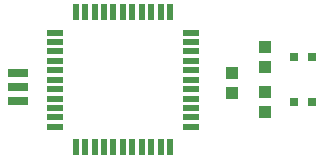
<source format=gtp>
G75*
%MOIN*%
%OFA0B0*%
%FSLAX25Y25*%
%IPPOS*%
%LPD*%
%AMOC8*
5,1,8,0,0,1.08239X$1,22.5*
%
%ADD10R,0.03937X0.04331*%
%ADD11R,0.05800X0.02000*%
%ADD12R,0.02000X0.05800*%
%ADD13R,0.03150X0.03150*%
%ADD14R,0.04331X0.03937*%
%ADD15R,0.06693X0.02756*%
D10*
X0122500Y0037654D03*
X0122500Y0044346D03*
D11*
X0063650Y0026550D03*
X0063650Y0029650D03*
X0063650Y0032850D03*
X0063650Y0035950D03*
X0063650Y0039150D03*
X0063650Y0042250D03*
X0063650Y0045350D03*
X0063650Y0048550D03*
X0063650Y0051650D03*
X0063650Y0054850D03*
X0063650Y0057950D03*
X0108850Y0057950D03*
X0108850Y0054850D03*
X0108850Y0051650D03*
X0108850Y0048550D03*
X0108850Y0045350D03*
X0108850Y0042250D03*
X0108850Y0039150D03*
X0108850Y0035950D03*
X0108850Y0032850D03*
X0108850Y0029650D03*
X0108850Y0026550D03*
D12*
X0101950Y0019650D03*
X0098850Y0019650D03*
X0095650Y0019650D03*
X0092550Y0019650D03*
X0089350Y0019650D03*
X0086250Y0019650D03*
X0083150Y0019650D03*
X0079950Y0019650D03*
X0076850Y0019650D03*
X0073650Y0019650D03*
X0070550Y0019650D03*
X0070550Y0064850D03*
X0073650Y0064850D03*
X0076850Y0064850D03*
X0079950Y0064850D03*
X0083150Y0064850D03*
X0086250Y0064850D03*
X0089350Y0064850D03*
X0092550Y0064850D03*
X0095650Y0064850D03*
X0098850Y0064850D03*
X0101950Y0064850D03*
D13*
X0143297Y0049750D03*
X0149203Y0049750D03*
X0149203Y0034750D03*
X0143297Y0034750D03*
D14*
X0133750Y0031404D03*
X0133750Y0038096D03*
X0133750Y0046404D03*
X0133750Y0053096D03*
D15*
X0051250Y0044474D03*
X0051250Y0039750D03*
X0051250Y0035026D03*
M02*

</source>
